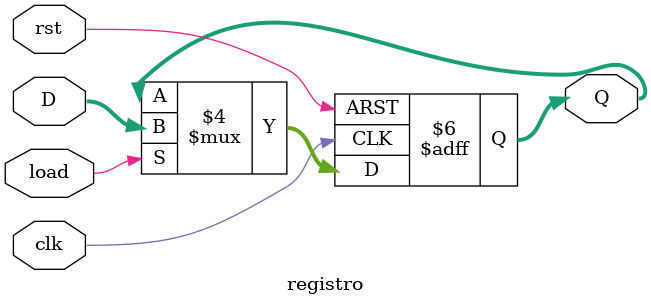
<source format=v>
`timescale 1ns / 1ps

module registro #(parameter N=16)(
input wire [N-1:0] D,
input wire load,
input wire clk, rst,
output reg [N-1:0] Q 
    );
     
 always@(posedge clk, posedge rst)
 if (rst==1'b1) Q<={N{1'b0}};
 else if(load==1'b1) Q<=D;   
 
endmodule


</source>
